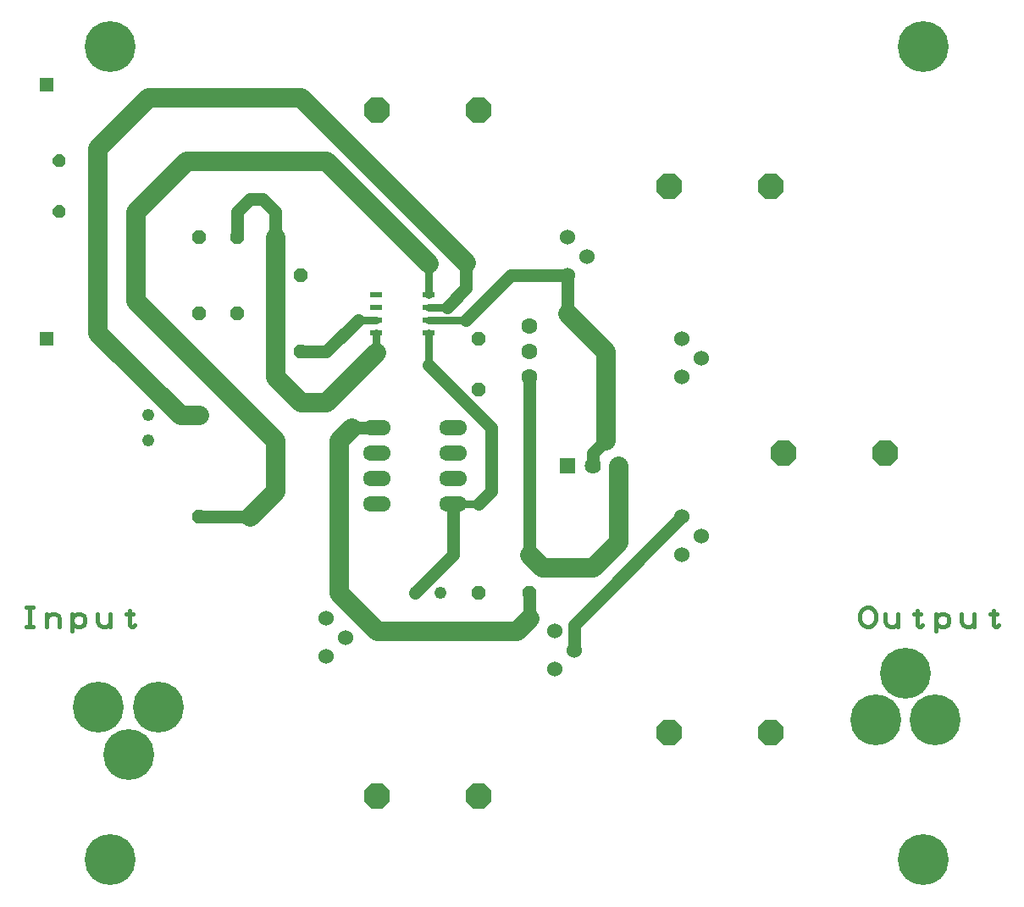
<source format=gbr>
G04 DesignSpark PCB Gerber Version 9.0 Build 5115 *
G04 #@! TF.Part,Single*
G04 #@! TF.FileFunction,Copper,L1,Top *
G04 #@! TF.FilePolarity,Positive *
%FSLAX35Y35*%
%MOIN*%
G04 #@! TA.AperFunction,ComponentPad*
%AMT110*0 Octagon Pad at angle 0*4,1,8,-0.01035,-0.02500,0.01035,-0.02500,0.02500,-0.01035,0.02500,0.01035,0.01035,0.02500,-0.01035,0.02500,-0.02500,0.01035,-0.02500,-0.01035,-0.01035,-0.02500,0*%
%ADD110T110*%
%AMT24*0 Octagon Pad at angle 0*4,1,8,-0.01077,-0.02600,0.01077,-0.02600,0.02600,-0.01077,0.02600,0.01077,0.01077,0.02600,-0.01077,0.02600,-0.02600,0.01077,-0.02600,-0.01077,-0.01077,-0.02600,0*%
%ADD24T24*%
%AMT111*0 Octagon Pad at angle 0*4,1,8,-0.02071,-0.05000,0.02071,-0.05000,0.05000,-0.02071,0.05000,0.02071,0.02071,0.05000,-0.02071,0.05000,-0.05000,0.02071,-0.05000,-0.02071,-0.02071,-0.05000,0*%
%ADD111T111*%
%ADD112R,0.05600X0.05600*%
%ADD107R,0.06400X0.06400*%
G04 #@! TD.AperFunction*
%ADD70C,0.01500*%
%ADD121C,0.03000*%
G04 #@! TA.AperFunction,ViaPad*
%ADD91C,0.04800*%
G04 #@! TD.AperFunction*
%ADD18C,0.05000*%
G04 #@! TA.AperFunction,ComponentPad*
%ADD93C,0.06000*%
%ADD126C,0.06300*%
%ADD108C,0.06400*%
G04 #@! TD.AperFunction*
%ADD122C,0.07500*%
G04 #@! TA.AperFunction,ComponentPad*
%ADD123O,0.11000X0.06000*%
G04 #@! TA.AperFunction,SMDPad,CuDef*
%ADD128R,0.04950X0.02000*%
G04 #@! TA.AperFunction,WasherPad*
%ADD106C,0.20000*%
X0Y0D02*
D02*
D18*
X75250Y175250D02*
X95250D01*
X105250Y285250D02*
Y295250D01*
X100250Y300250*
X95250*
X90250Y295250*
Y285250*
X137750Y252750D02*
X125250Y240250D01*
X115250*
X145250Y210250D02*
X135250D01*
X165575Y234925D02*
X190250Y210250D01*
Y185250*
X185250Y180250*
X175250D02*
Y160250D01*
X160250Y145250*
X180250Y252750D02*
X197750Y270250D01*
X220250*
X180250Y275250D02*
Y265250D01*
X172750Y257750*
X205250Y135250D02*
Y145250D01*
Y160250D02*
Y230250D01*
X220250Y255250D02*
Y270250D01*
X222750Y122750D02*
Y132750D01*
X265250Y175250*
X230250Y195250D02*
Y200250D01*
X235250Y205250*
D02*
D70*
X7125Y132125D02*
X9625D01*
X8375D02*
Y139625D01*
X7125D02*
X9625D01*
X15250Y132125D02*
Y137125D01*
Y135250D02*
X15875Y136500D01*
X17125Y137125*
X18375*
X19625Y136500*
X20250Y135250*
Y132125*
X25250Y137125D02*
Y130250D01*
Y134000D02*
X25875Y132750D01*
X27125Y132125*
X28375*
X29625Y132750*
X30250Y134000*
Y135250*
X29625Y136500*
X28375Y137125*
X27125*
X25875Y136500*
X25250Y135250*
Y134000*
X35250Y137125D02*
Y134000D01*
X35875Y132750*
X37125Y132125*
X38375*
X39625Y132750*
X40250Y134000*
Y137125D02*
Y132125D01*
X46292Y137125D02*
X49208D01*
X47750Y138375D02*
Y132750D01*
X48375Y132125*
X49000*
X49625Y132750*
X335250Y134625D02*
Y137125D01*
X335875Y138375*
X336500Y139000*
X337750Y139625*
X339000*
X340250Y139000*
X340875Y138375*
X341500Y137125*
Y134625*
X340875Y133375*
X340250Y132750*
X339000Y132125*
X337750*
X336500Y132750*
X335875Y133375*
X335250Y134625*
X345250Y137125D02*
Y134000D01*
X345875Y132750*
X347125Y132125*
X348375*
X349625Y132750*
X350250Y134000*
Y137125D02*
Y132125D01*
X356292Y137125D02*
X359208D01*
X357750Y138375D02*
Y132750D01*
X358375Y132125*
X359000*
X359625Y132750*
X365250Y137125D02*
Y130250D01*
Y134000D02*
X365875Y132750D01*
X367125Y132125*
X368375*
X369625Y132750*
X370250Y134000*
Y135250*
X369625Y136500*
X368375Y137125*
X367125*
X365875Y136500*
X365250Y135250*
Y134000*
X375250Y137125D02*
Y134000D01*
X375875Y132750*
X377125Y132125*
X378375*
X379625Y132750*
X380250Y134000*
Y137125D02*
Y132125D01*
X386292Y137125D02*
X389208D01*
X387750Y138375D02*
Y132750D01*
X388375Y132125*
X389000*
X389625Y132750*
D02*
D24*
X75250Y175250D03*
Y215250D03*
Y255250D03*
Y285250D03*
X90250Y255250D03*
Y285250D03*
X115250Y240250D03*
Y270250D03*
X185250Y145250D03*
Y225250D03*
Y245250D03*
X205250Y145250D03*
D02*
D91*
X55250Y205250D03*
Y215250D03*
X160250Y145250D03*
X170250D03*
D02*
D93*
X125250Y120250D03*
Y135250D03*
X132750Y127750D03*
X215250Y115250D03*
Y130250D03*
X220250Y270250D03*
Y285250D03*
X222750Y122750D03*
X227750Y277750D03*
X265250Y160250D03*
Y175250D03*
Y230250D03*
Y245250D03*
X272750Y167750D03*
Y237750D03*
D02*
D106*
X35565Y100250D03*
X40250Y40250D03*
Y360250D03*
X47376Y81746D03*
X59187Y100250D03*
X341313Y95250D03*
X353124Y113754D03*
X360250Y40250D03*
Y360250D03*
X364935Y95250D03*
D02*
D107*
X220250Y195250D03*
D02*
D108*
X230250D03*
X240250D03*
D02*
D110*
X20250Y295250D03*
Y315250D03*
D02*
D111*
X145250Y65250D03*
Y335250D03*
X185250Y65250D03*
Y335250D03*
X260250Y90250D03*
Y305250D03*
X300250Y90250D03*
Y305250D03*
X305250Y200250D03*
X345250D03*
D02*
D112*
X15250Y245250D03*
Y345250D03*
D02*
D121*
X137750Y252750D02*
X144925D01*
Y247750D02*
Y239925D01*
X165575Y247750D02*
Y234925D01*
Y252750D02*
X180250D01*
X165575Y274925D02*
Y262750D01*
X172750Y257750D02*
X165575D01*
X185250Y180250D02*
X175250D01*
D02*
D122*
X75250Y215250D02*
X67750D01*
X35250Y247750*
Y320250*
X55250Y340250*
X115250*
X180250Y275250*
X95250Y175250D02*
X105250Y185250D01*
Y205250*
X50250Y260250*
Y295250*
X70250Y315250*
X125250*
X165575Y274925*
X135250Y210250D02*
X130250Y205250D01*
Y145250*
X145250Y130250*
X200250*
X205250Y135250*
X144925Y239925D02*
X125250Y220250D01*
X115250*
X105250Y230250*
Y285250*
X235250Y205250D02*
Y240250D01*
X220250Y255250*
X240250Y195250D02*
Y165250D01*
X230250Y155250*
X210250*
X205250Y160250*
D02*
D123*
X145250Y180250D03*
Y190250D03*
Y200250D03*
Y210250D03*
X175250Y180250D03*
Y190250D03*
Y200250D03*
Y210250D03*
D02*
D126*
X205250Y230250D03*
Y240250D03*
Y250250D03*
D02*
D128*
X144925Y247750D03*
Y252750D03*
Y257750D03*
Y262750D03*
X165575Y247750D03*
Y252750D03*
Y257750D03*
Y262750D03*
X0Y0D02*
M02*

</source>
